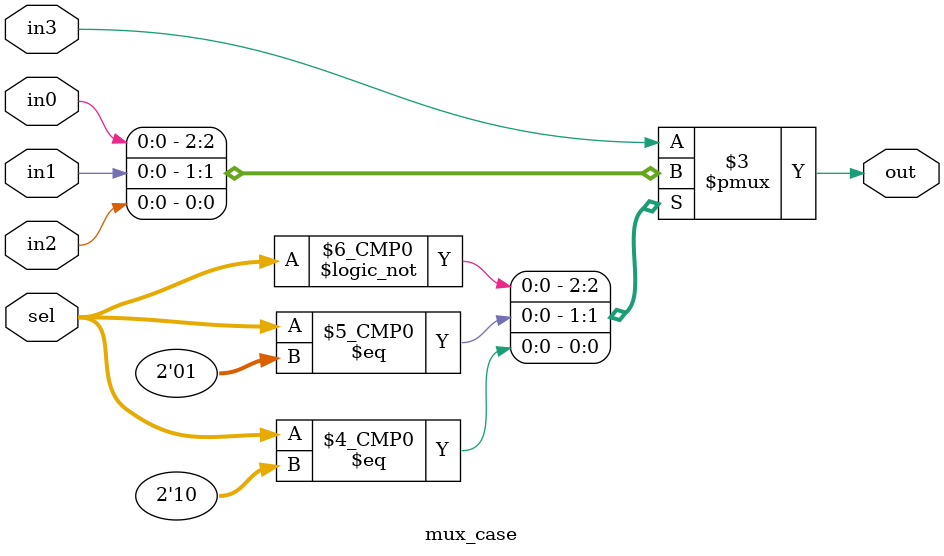
<source format=v>
module mux_case(out,in0,in1,in2,in3,sel);
output out;
input in0,in1,in2,in3;
input[1:0] sel;
reg out;

always @(in0 or in1 or in2 or in3 or sel)
begin
case(sel)
2'b00:  out=in0;
2'b01:  out=in1;
2'b10:  out=in2;
default: out=in3;
endcase
end
endmodule

</source>
